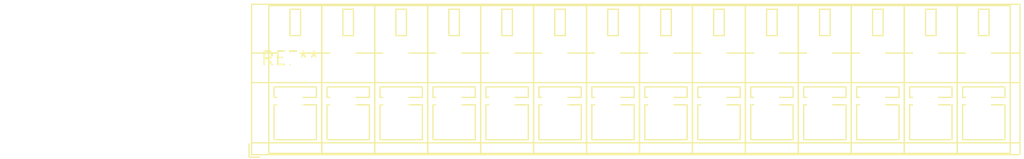
<source format=kicad_pcb>
(kicad_pcb (version 20240108) (generator pcbnew)
  (layers (0 "F.Cu" signal) (31 "B.Cu" signal) (34 "B.Paste" user) (35 "F.Paste" user) (36 "B.SilkS" user "B.Silkscreen") (37 "F.SilkS" user "F.Silkscreen") (38 "B.Mask" user) (39 "F.Mask" user) (44 "Edge.Cuts" user))
  (net 0 "")
  (footprint "TerminalBlock_WAGO_236-414_1x14_P5.00mm_45Degree" (layer "F.Cu") (at 0 0)
    (property "Reference" "REF**")
    (property "Value" "TerminalBlock_WAGO_236-414_1x14_P5.00mm_45Degree")
    (fp_line (start -3.86 8.12) (end -3.86 9.36) (layer "F.SilkS") (stroke (width 0.12)))
    (fp_line (start -3.86 9.36) (end -2.86 9.36) (layer "F.SilkS") (stroke (width 0.12)))
    (fp_line (start -3.62 -5.12) (end -3.62 9.12) (layer "F.SilkS") (stroke (width 0.12)))
    (fp_line (start -3.62 -5.12) (end 68.92 -5.12) (layer "F.SilkS") (stroke (width 0.12)))
    (fp_line (start -3.62 -0.5) (end -1.23 -0.5) (layer "F.SilkS") (stroke (width 0.12)))
    (fp_line (start -3.62 2.3) (end 68.92 2.3) (layer "F.SilkS") (stroke (width 0.12)))
    (fp_line (start -3.62 8) (end 68.92 8) (layer "F.SilkS") (stroke (width 0.12)))
    (fp_line (start -3.62 9.12) (end 68.92 9.12) (layer "F.SilkS") (stroke (width 0.12)))
    (fp_line (start -2 -5) (end -2 9) (layer "F.SilkS") (stroke (width 0.12)))
    (fp_line (start -2 -5) (end 3 -5) (layer "F.SilkS") (stroke (width 0.12)))
    (fp_line (start -2 9) (end 3 9) (layer "F.SilkS") (stroke (width 0.12)))
    (fp_line (start -1.5 2.7) (end -1.5 3.7) (layer "F.SilkS") (stroke (width 0.12)))
    (fp_line (start -1.5 2.7) (end 2.5 2.7) (layer "F.SilkS") (stroke (width 0.12)))
    (fp_line (start -1.5 3.7) (end -1.23 3.7) (layer "F.SilkS") (stroke (width 0.12)))
    (fp_line (start -1.5 4.4) (end -1.5 7.7) (layer "F.SilkS") (stroke (width 0.12)))
    (fp_line (start -1.5 4.4) (end -1.23 4.4) (layer "F.SilkS") (stroke (width 0.12)))
    (fp_line (start -1.5 7.7) (end 2.5 7.7) (layer "F.SilkS") (stroke (width 0.12)))
    (fp_line (start 0 -4.65) (end 0 -2.151) (layer "F.SilkS") (stroke (width 0.12)))
    (fp_line (start 0 -4.65) (end 1 -4.65) (layer "F.SilkS") (stroke (width 0.12)))
    (fp_line (start 0 -2.151) (end 1 -2.151) (layer "F.SilkS") (stroke (width 0.12)))
    (fp_line (start 1 -4.65) (end 1 -2.151) (layer "F.SilkS") (stroke (width 0.12)))
    (fp_line (start 1.23 -0.5) (end 3.77 -0.5) (layer "F.SilkS") (stroke (width 0.12)))
    (fp_line (start 1.23 3.7) (end 2.5 3.7) (layer "F.SilkS") (stroke (width 0.12)))
    (fp_line (start 1.23 4.4) (end 2.5 4.4) (layer "F.SilkS") (stroke (width 0.12)))
    (fp_line (start 2.5 2.7) (end 2.5 3.7) (layer "F.SilkS") (stroke (width 0.12)))
    (fp_line (start 2.5 4.4) (end 2.5 7.7) (layer "F.SilkS") (stroke (width 0.12)))
    (fp_line (start 3 -5) (end 3 9) (layer "F.SilkS") (stroke (width 0.12)))
    (fp_line (start 3 -5) (end 3 9) (layer "F.SilkS") (stroke (width 0.12)))
    (fp_line (start 3 -5) (end 8 -5) (layer "F.SilkS") (stroke (width 0.12)))
    (fp_line (start 3 9) (end 8 9) (layer "F.SilkS") (stroke (width 0.12)))
    (fp_line (start 3.5 2.7) (end 3.5 3.7) (layer "F.SilkS") (stroke (width 0.12)))
    (fp_line (start 3.5 2.7) (end 7.5 2.7) (layer "F.SilkS") (stroke (width 0.12)))
    (fp_line (start 3.5 3.7) (end 3.77 3.7) (layer "F.SilkS") (stroke (width 0.12)))
    (fp_line (start 3.5 4.4) (end 3.5 7.7) (layer "F.SilkS") (stroke (width 0.12)))
    (fp_line (start 3.5 4.4) (end 3.77 4.4) (layer "F.SilkS") (stroke (width 0.12)))
    (fp_line (start 3.5 7.7) (end 7.5 7.7) (layer "F.SilkS") (stroke (width 0.12)))
    (fp_line (start 5 -4.65) (end 5 -2.151) (layer "F.SilkS") (stroke (width 0.12)))
    (fp_line (start 5 -4.65) (end 6 -4.65) (layer "F.SilkS") (stroke (width 0.12)))
    (fp_line (start 5 -2.151) (end 6 -2.151) (layer "F.SilkS") (stroke (width 0.12)))
    (fp_line (start 6 -4.65) (end 6 -2.151) (layer "F.SilkS") (stroke (width 0.12)))
    (fp_line (start 6.23 -0.5) (end 8.77 -0.5) (layer "F.SilkS") (stroke (width 0.12)))
    (fp_line (start 6.23 3.7) (end 7.5 3.7) (layer "F.SilkS") (stroke (width 0.12)))
    (fp_line (start 6.23 4.4) (end 7.5 4.4) (layer "F.SilkS") (stroke (width 0.12)))
    (fp_line (start 7.5 2.7) (end 7.5 3.7) (layer "F.SilkS") (stroke (width 0.12)))
    (fp_line (start 7.5 4.4) (end 7.5 7.7) (layer "F.SilkS") (stroke (width 0.12)))
    (fp_line (start 8 -5) (end 8 9) (layer "F.SilkS") (stroke (width 0.12)))
    (fp_line (start 8 -5) (end 8 9) (layer "F.SilkS") (stroke (width 0.12)))
    (fp_line (start 8 -5) (end 13 -5) (layer "F.SilkS") (stroke (width 0.12)))
    (fp_line (start 8 9) (end 13 9) (layer "F.SilkS") (stroke (width 0.12)))
    (fp_line (start 8.5 2.7) (end 8.5 3.7) (layer "F.SilkS") (stroke (width 0.12)))
    (fp_line (start 8.5 2.7) (end 12.5 2.7) (layer "F.SilkS") (stroke (width 0.12)))
    (fp_line (start 8.5 3.7) (end 8.77 3.7) (layer "F.SilkS") (stroke (width 0.12)))
    (fp_line (start 8.5 4.4) (end 8.5 7.7) (layer "F.SilkS") (stroke (width 0.12)))
    (fp_line (start 8.5 4.4) (end 8.77 4.4) (layer "F.SilkS") (stroke (width 0.12)))
    (fp_line (start 8.5 7.7) (end 12.5 7.7) (layer "F.SilkS") (stroke (width 0.12)))
    (fp_line (start 10 -4.65) (end 10 -2.151) (layer "F.SilkS") (stroke (width 0.12)))
    (fp_line (start 10 -4.65) (end 11 -4.65) (layer "F.SilkS") (stroke (width 0.12)))
    (fp_line (start 10 -2.151) (end 11 -2.151) (layer "F.SilkS") (stroke (width 0.12)))
    (fp_line (start 11 -4.65) (end 11 -2.151) (layer "F.SilkS") (stroke (width 0.12)))
    (fp_line (start 11.23 -0.5) (end 13.77 -0.5) (layer "F.SilkS") (stroke (width 0.12)))
    (fp_line (start 11.23 3.7) (end 12.5 3.7) (layer "F.SilkS") (stroke (width 0.12)))
    (fp_line (start 11.23 4.4) (end 12.5 4.4) (layer "F.SilkS") (stroke (width 0.12)))
    (fp_line (start 12.5 2.7) (end 12.5 3.7) (layer "F.SilkS") (stroke (width 0.12)))
    (fp_line (start 12.5 4.4) (end 12.5 7.7) (layer "F.SilkS") (stroke (width 0.12)))
    (fp_line (start 13 -5) (end 13 9) (layer "F.SilkS") (stroke (width 0.12)))
    (fp_line (start 13 -5) (end 13 9) (layer "F.SilkS") (stroke (width 0.12)))
    (fp_line (start 13 -5) (end 18 -5) (layer "F.SilkS") (stroke (width 0.12)))
    (fp_line (start 13 9) (end 18 9) (layer "F.SilkS") (stroke (width 0.12)))
    (fp_line (start 13.5 2.7) (end 13.5 3.7) (layer "F.SilkS") (stroke (width 0.12)))
    (fp_line (start 13.5 2.7) (end 17.5 2.7) (layer "F.SilkS") (stroke (width 0.12)))
    (fp_line (start 13.5 3.7) (end 13.77 3.7) (layer "F.SilkS") (stroke (width 0.12)))
    (fp_line (start 13.5 4.4) (end 13.5 7.7) (layer "F.SilkS") (stroke (width 0.12)))
    (fp_line (start 13.5 4.4) (end 13.77 4.4) (layer "F.SilkS") (stroke (width 0.12)))
    (fp_line (start 13.5 7.7) (end 17.5 7.7) (layer "F.SilkS") (stroke (width 0.12)))
    (fp_line (start 15 -4.65) (end 15 -2.151) (layer "F.SilkS") (stroke (width 0.12)))
    (fp_line (start 15 -4.65) (end 16 -4.65) (layer "F.SilkS") (stroke (width 0.12)))
    (fp_line (start 15 -2.151) (end 16 -2.151) (layer "F.SilkS") (stroke (width 0.12)))
    (fp_line (start 16 -4.65) (end 16 -2.151) (layer "F.SilkS") (stroke (width 0.12)))
    (fp_line (start 16.23 -0.5) (end 18.77 -0.5) (layer "F.SilkS") (stroke (width 0.12)))
    (fp_line (start 16.23 3.7) (end 17.5 3.7) (layer "F.SilkS") (stroke (width 0.12)))
    (fp_line (start 16.23 4.4) (end 17.5 4.4) (layer "F.SilkS") (stroke (width 0.12)))
    (fp_line (start 17.5 2.7) (end 17.5 3.7) (layer "F.SilkS") (stroke (width 0.12)))
    (fp_line (start 17.5 4.4) (end 17.5 7.7) (layer "F.SilkS") (stroke (width 0.12)))
    (fp_line (start 18 -5) (end 18 9) (layer "F.SilkS") (stroke (width 0.12)))
    (fp_line (start 18 -5) (end 18 9) (layer "F.SilkS") (stroke (width 0.12)))
    (fp_line (start 18 -5) (end 23 -5) (layer "F.SilkS") (stroke (width 0.12)))
    (fp_line (start 18 9) (end 23 9) (layer "F.SilkS") (stroke (width 0.12)))
    (fp_line (start 18.5 2.7) (end 18.5 3.7) (layer "F.SilkS") (stroke (width 0.12)))
    (fp_line (start 18.5 2.7) (end 22.5 2.7) (layer "F.SilkS") (stroke (width 0.12)))
    (fp_line (start 18.5 3.7) (end 18.77 3.7) (layer "F.SilkS") (stroke (width 0.12)))
    (fp_line (start 18.5 4.4) (end 18.5 7.7) (layer "F.SilkS") (stroke (width 0.12)))
    (fp_line (start 18.5 4.4) (end 18.77 4.4) (layer "F.SilkS") (stroke (width 0.12)))
    (fp_line (start 18.5 7.7) (end 22.5 7.7) (layer "F.SilkS") (stroke (width 0.12)))
    (fp_line (start 20 -4.65) (end 20 -2.151) (layer "F.SilkS") (stroke (width 0.12)))
    (fp_line (start 20 -4.65) (end 21 -4.65) (layer "F.SilkS") (stroke (width 0.12)))
    (fp_line (start 20 -2.151) (end 21 -2.151) (layer "F.SilkS") (stroke (width 0.12)))
    (fp_line (start 21 -4.65) (end 21 -2.151) (layer "F.SilkS") (stroke (width 0.12)))
    (fp_line (start 21.23 -0.5) (end 23.77 -0.5) (layer "F.SilkS") (stroke (width 0.12)))
    (fp_line (start 21.23 3.7) (end 22.5 3.7) (layer "F.SilkS") (stroke (width 0.12)))
    (fp_line (start 21.23 4.4) (end 22.5 4.4) (layer "F.SilkS") (stroke (width 0.12)))
    (fp_line (start 22.5 2.7) (end 22.5 3.7) (layer "F.SilkS") (stroke (width 0.12)))
    (fp_line (start 22.5 4.4) (end 22.5 7.7) (layer "F.SilkS") (stroke (width 0.12)))
    (fp_line (start 23 -5) (end 23 9) (layer "F.SilkS") (stroke (width 0.12)))
    (fp_line (start 23 -5) (end 23 9) (layer "F.SilkS") (stroke (width 0.12)))
    (fp_line (start 23 -5) (end 28 -5) (layer "F.SilkS") (stroke (width 0.12)))
    (fp_line (start 23 9) (end 28 9) (layer "F.SilkS") (stroke (width 0.12)))
    (fp_line (start 23.5 2.7) (end 23.5 3.7) (layer "F.SilkS") (stroke (width 0.12)))
    (fp_line (start 23.5 2.7) (end 27.5 2.7) (layer "F.SilkS") (stroke (width 0.12)))
    (fp_line (start 23.5 3.7) (end 23.77 3.7) (layer "F.SilkS") (stroke (width 0.12)))
    (fp_line (start 23.5 4.4) (end 23.5 7.7) (layer "F.SilkS") (stroke (width 0.12)))
    (fp_line (start 23.5 4.4) (end 23.77 4.4) (layer "F.SilkS") (stroke (width 0.12)))
    (fp_line (start 23.5 7.7) (end 27.5 7.7) (layer "F.SilkS") (stroke (width 0.12)))
    (fp_line (start 25 -4.65) (end 25 -2.151) (layer "F.SilkS") (stroke (width 0.12)))
    (fp_line (start 25 -4.65) (end 26 -4.65) (layer "F.SilkS") (stroke (width 0.12)))
    (fp_line (start 25 -2.151) (end 26 -2.151) (layer "F.SilkS") (stroke (width 0.12)))
    (fp_line (start 26 -4.65) (end 26 -2.151) (layer "F.SilkS") (stroke (width 0.12)))
    (fp_line (start 26.23 -0.5) (end 28.77 -0.5) (layer "F.SilkS") (stroke (width 0.12)))
    (fp_line (start 26.23 3.7) (end 27.5 3.7) (layer "F.SilkS") (stroke (width 0.12)))
    (fp_line (start 26.23 4.4) (end 27.5 4.4) (layer "F.SilkS") (stroke (width 0.12)))
    (fp_line (start 27.5 2.7) (end 27.5 3.7) (layer "F.SilkS") (stroke (width 0.12)))
    (fp_line (start 27.5 4.4) (end 27.5 7.7) (layer "F.SilkS") (stroke (width 0.12)))
    (fp_line (start 28 -5) (end 28 9) (layer "F.SilkS") (stroke (width 0.12)))
    (fp_line (start 28 -5) (end 28 9) (layer "F.SilkS") (stroke (width 0.12)))
    (fp_line (start 28 -5) (end 33 -5) (layer "F.SilkS") (stroke (width 0.12)))
    (fp_line (start 28 9) (end 33 9) (layer "F.SilkS") (stroke (width 0.12)))
    (fp_line (start 28.5 2.7) (end 28.5 3.7) (layer "F.SilkS") (stroke (width 0.12)))
    (fp_line (start 28.5 2.7) (end 32.5 2.7) (layer "F.SilkS") (stroke (width 0.12)))
    (fp_line (start 28.5 3.7) (end 28.77 3.7) (layer "F.SilkS") (stroke (width 0.12)))
    (fp_line (start 28.5 4.4) (end 28.5 7.7) (layer "F.SilkS") (stroke (width 0.12)))
    (fp_line (start 28.5 4.4) (end 28.77 4.4) (layer "F.SilkS") (stroke (width 0.12)))
    (fp_line (start 28.5 7.7) (end 32.5 7.7) (layer "F.SilkS") (stroke (width 0.12)))
    (fp_line (start 30 -4.65) (end 30 -2.151) (layer "F.SilkS") (stroke (width 0.12)))
    (fp_line (start 30 -4.65) (end 31 -4.65) (layer "F.SilkS") (stroke (width 0.12)))
    (fp_line (start 30 -2.151) (end 31 -2.151) (layer "F.SilkS") (stroke (width 0.12)))
    (fp_line (start 31 -4.65) (end 31 -2.151) (layer "F.SilkS") (stroke (width 0.12)))
    (fp_line (start 31.23 -0.5) (end 33.77 -0.5) (layer "F.SilkS") (stroke (width 0.12)))
    (fp_line (start 31.23 3.7) (end 32.5 3.7) (layer "F.SilkS") (stroke (width 0.12)))
    (fp_line (start 31.23 4.4) (end 32.5 4.4) (layer "F.SilkS") (stroke (width 0.12)))
    (fp_line (start 32.5 2.7) (end 32.5 3.7) (layer "F.SilkS") (stroke (width 0.12)))
    (fp_line (start 32.5 4.4) (end 32.5 7.7) (layer "F.SilkS") (stroke (width 0.12)))
    (fp_line (start 33 -5) (end 33 9) (layer "F.SilkS") (stroke (width 0.12)))
    (fp_line (start 33 -5) (end 33 9) (layer "F.SilkS") (stroke (width 0.12)))
    (fp_line (start 33 -5) (end 38 -5) (layer "F.SilkS") (stroke (width 0.12)))
    (fp_line (start 33 9) (end 38 9) (layer "F.SilkS") (stroke (width 0.12)))
    (fp_line (start 33.5 2.7) (end 33.5 3.7) (layer "F.SilkS") (stroke (width 0.12)))
    (fp_line (start 33.5 2.7) (end 37.5 2.7) (layer "F.SilkS") (stroke (width 0.12)))
    (fp_line (start 33.5 3.7) (end 33.77 3.7) (layer "F.SilkS") (stroke (width 0.12)))
    (fp_line (start 33.5 4.4) (end 33.5 7.7) (layer "F.SilkS") (stroke (width 0.12)))
    (fp_line (start 33.5 4.4) (end 33.77 4.4) (layer "F.SilkS") (stroke (width 0.12)))
    (fp_line (start 33.5 7.7) (end 37.5 7.7) (layer "F.SilkS") (stroke (width 0.12)))
    (fp_line (start 35 -4.65) (end 35 -2.151) (layer "F.SilkS") (stroke (width 0.12)))
    (fp_line (start 35 -4.65) (end 36 -4.65) (layer "F.SilkS") (stroke (width 0.12)))
    (fp_line (start 35 -2.151) (end 36 -2.151) (layer "F.SilkS") (stroke (width 0.12)))
    (fp_line (start 36 -4.65) (end 36 -2.151) (layer "F.SilkS") (stroke (width 0.12)))
    (fp_line (start 36.23 -0.5) (end 38.77 -0.5) (layer "F.SilkS") (stroke (width 0.12)))
    (fp_line (start 36.23 3.7) (end 37.5 3.7) (layer "F.SilkS") (stroke (width 0.12)))
    (fp_line (start 36.23 4.4) (end 37.5 4.4) (layer "F.SilkS") (stroke (width 0.12)))
    (fp_line (start 37.5 2.7) (end 37.5 3.7) (layer "F.SilkS") (stroke (width 0.12)))
    (fp_line (start 37.5 4.4) (end 37.5 7.7) (layer "F.SilkS") (stroke (width 0.12)))
    (fp_line (start 38 -5) (end 38 9) (layer "F.SilkS") (stroke (width 0.12)))
    (fp_line (start 38 -5) (end 38 9) (layer "F.SilkS") (stroke (width 0.12)))
    (fp_line (start 38 -5) (end 43 -5) (layer "F.SilkS") (stroke (width 0.12)))
    (fp_line (start 38 9) (end 43 9) (layer "F.SilkS") (stroke (width 0.12)))
    (fp_line (start 38.5 2.7) (end 38.5 3.7) (layer "F.SilkS") (stroke (width 0.12)))
    (fp_line (start 38.5 2.7) (end 42.5 2.7) (layer "F.SilkS") (stroke (width 0.12)))
    (fp_line (start 38.5 3.7) (end 38.77 3.7) (layer "F.SilkS") (stroke (width 0.12)))
    (fp_line (start 38.5 4.4) (end 38.5 7.7) (layer "F.SilkS") (stroke (width 0.12)))
    (fp_line (start 38.5 4.4) (end 38.77 4.4) (layer "F.SilkS") (stroke (width 0.12)))
    (fp_line (start 38.5 7.7) (end 42.5 7.7) (layer "F.SilkS") (stroke (width 0.12)))
    (fp_line (start 40 -4.65) (end 40 -2.151) (layer "F.SilkS") (stroke (width 0.12)))
    (fp_line (start 40 -4.65) (end 41 -4.65) (layer "F.SilkS") (stroke (width 0.12)))
    (fp_line (start 40 -2.151) (end 41 -2.151) (layer "F.SilkS") (stroke (width 0.12)))
    (fp_line (start 41 -4.65) (end 41 -2.151) (layer "F.SilkS") (stroke (width 0.12)))
    (fp_line (start 41.23 -0.5) (end 43.77 -0.5) (layer "F.SilkS") (stroke (width 0.12)))
    (fp_line (start 41.23 3.7) (end 42.5 3.7) (layer "F.SilkS") (stroke (width 0.12)))
    (fp_line (start 41.23 4.4) (end 42.5 4.4) (layer "F.SilkS") (stroke (width 0.12)))
    (fp_line (start 42.5 2.7) (end 42.5 3.7) (layer "F.SilkS") (stroke (width 0.12)))
    (fp_line (start 42.5 4.4) (end 42.5 7.7) (layer "F.SilkS") (stroke (width 0.12)))
    (fp_line (start 43 -5) (end 43 9) (layer "F.SilkS") (stroke (width 0.12)))
    (fp_line (start 43 -5) (end 43 9) (layer "F.SilkS") (stroke (width 0.12)))
    (fp_line (start 43 -5) (end 48 -5) (layer "F.SilkS") (stroke (width 0.12)))
    (fp_line (start 43 9) (end 48 9) (layer "F.SilkS") (stroke (width 0.12)))
    (fp_line (start 43.5 2.7) (end 43.5 3.7) (layer "F.SilkS") (stroke (width 0.12)))
    (fp_line (start 43.5 2.7) (end 47.5 2.7) (layer "F.SilkS") (stroke (width 0.12)))
    (fp_line (start 43.5 3.7) (end 43.77 3.7) (layer "F.SilkS") (stroke (width 0.12)))
    (fp_line (start 43.5 4.4) (end 43.5 7.7) (layer "F.SilkS") (stroke (width 0.12)))
    (fp_line (start 43.5 4.4) (end 43.77 4.4) (layer "F.SilkS") (stroke (width 0.12)))
    (fp_line (start 43.5 7.7) (end 47.5 7.7) (layer "F.SilkS") (stroke (width 0.12)))
    (fp_line (start 45 -4.65) (end 45 -2.151) (layer "F.SilkS") (stroke (width 0.12)))
    (fp_line (start 45 -4.65) (end 46 -4.65) (layer "F.SilkS") (stroke (width 0.12)))
    (fp_line (start 45 -2.151) (end 46 -2.151) (layer "F.SilkS") (stroke (width 0.12)))
    (fp_line (start 46 -4.65) (end 46 -2.151) (layer "F.SilkS") (stroke (width 0.12)))
    (fp_line (start 46.23 -0.5) (end 48.77 -0.5) (layer "F.SilkS") (stroke (width 0.12)))
    (fp_line (start 46.23 3.7) (end 47.5 3.7) (layer "F.SilkS") (stroke (width 0.12)))
    (fp_line (start 46.23 4.4) (end 47.5 4.4) (layer "F.SilkS") (stroke (width 0.12)))
    (fp_line (start 47.5 2.7) (end 47.5 3.7) (layer "F.SilkS") (stroke (width 0.12)))
    (fp_line (start 47.5 4.4) (end 47.5 7.7) (layer "F.SilkS") (stroke (width 0.12)))
    (fp_line (start 48 -5) (end 48 9) (layer "F.SilkS") (stroke (width 0.12)))
    (fp_line (start 48 -5) (end 48 9) (layer "F.SilkS") (stroke (width 0.12)))
    (fp_line (start 48 -5) (end 53 -5) (layer "F.SilkS") (stroke (width 0.12)))
    (fp_line (start 48 9) (end 53 9) (layer "F.SilkS") (stroke (width 0.12)))
    (fp_line (start 48.5 2.7) (end 48.5 3.7) (layer "F.SilkS") (stroke (width 0.12)))
    (fp_line (start 48.5 2.7) (end 52.5 2.7) (layer "F.SilkS") (stroke (width 0.12)))
    (fp_line (start 48.5 3.7) (end 48.77 3.7) (layer "F.SilkS") (stroke (width 0.12)))
    (fp_line (start 48.5 4.4) (end 48.5 7.7) (layer "F.SilkS") (stroke (width 0.12)))
    (fp_line (start 48.5 4.4) (end 48.77 4.4) (layer "F.SilkS") (stroke (width 0.12)))
    (fp_line (start 48.5 7.7) (end 52.5 7.7) (layer "F.SilkS") (stroke (width 0.12)))
    (fp_line (start 50 -4.65) (end 50 -2.151) (layer "F.SilkS") (stroke (width 0.12)))
    (fp_line (start 50 -4.65) (end 51 -4.65) (layer "F.SilkS") (stroke (width 0.12)))
    (fp_line (start 50 -2.151) (end 51 -2.151) (layer "F.SilkS") (stroke (width 0.12)))
    (fp_line (start 51 -4.65) (end 51 -2.151) (layer "F.SilkS") (stroke (width 0.12)))
    (fp_line (start 51.23 -0.5) (end 53.77 -0.5) (layer "F.SilkS") (stroke (width 0.12)))
    (fp_line (start 51.23 3.7) (end 52.5 3.7) (layer "F.SilkS") (stroke (width 0.12)))
    (fp_line (start 51.23 4.4) (end 52.5 4.4) (layer "F.SilkS") (stroke (width 0.12)))
    (fp_line (start 52.5 2.7) (end 52.5 3.7) (layer "F.SilkS") (stroke (width 0.12)))
    (fp_line (start 52.5 4.4) (end 52.5 7.7) (layer "F.SilkS") (stroke (width 0.12)))
    (fp_line (start 53 -5) (end 53 9) (layer "F.SilkS") (stroke (width 0.12)))
    (fp_line (start 53 -5) (end 53 9) (layer "F.SilkS") (stroke (width 0.12)))
    (fp_line (start 53 -5) (end 58 -5) (layer "F.SilkS") (stroke (width 0.12)))
    (fp_line (start 53 9) (end 58 9) (layer "F.SilkS") (stroke (width 0.12)))
    (fp_line (start 53.5 2.7) (end 53.5 3.7) (layer "F.SilkS") (stroke (width 0.12)))
    (fp_line (start 53.5 2.7) (end 57.5 2.7) (layer "F.SilkS") (stroke (width 0.12)))
    (fp_line (start 53.5 3.7) (end 53.77 3.7) (layer "F.SilkS") (stroke (width 0.12)))
    (fp_line (start 53.5 4.4) (end 53.5 7.7) (layer "F.SilkS") (stroke (width 0.12)))
    (fp_line (start 53.5 4.4) (end 53.77 4.4) (layer "F.SilkS") (stroke (width 0.12)))
    (fp_line (start 53.5 7.7) (end 57.5 7.7) (layer "F.SilkS") (stroke (width 0.12)))
    (fp_line (start 55 -4.65) (end 55 -2.151) (layer "F.SilkS") (stroke (width 0.12)))
    (fp_line (start 55 -4.65) (end 56 -4.65) (layer "F.SilkS") (stroke (width 0.12)))
    (fp_line (start 55 -2.151) (end 56 -2.151) (layer "F.SilkS") (stroke (width 0.12)))
    (fp_line (start 56 -4.65) (end 56 -2.151) (layer "F.SilkS") (stroke (width 0.12)))
    (fp_line (start 56.23 -0.5) (end 58.77 -0.5) (layer "F.SilkS") (stroke (width 0.12)))
    (fp_line (start 56.23 3.7) (end 57.5 3.7) (layer "F.SilkS") (stroke (width 0.12)))
    (fp_line (start 56.23 4.4) (end 57.5 4.4) (layer "F.SilkS") (stroke (width 0.12)))
    (fp_line (start 57.5 2.7) (end 57.5 3.7) (layer "F.SilkS") (stroke (width 0.12)))
    (fp_line (start 57.5 4.4) (end 57.5 7.7) (layer "F.SilkS") (stroke (width 0.12)))
    (fp_line (start 58 -5) (end 58 9) (layer "F.SilkS") (stroke (width 0.12)))
    (fp_line (start 58 -5) (end 58 9) (layer "F.SilkS") (stroke (width 0.12)))
    (fp_line (start 58 -5) (end 63 -5) (layer "F.SilkS") (stroke (width 0.12)))
    (fp_line (start 58 9) (end 63 9) (layer "F.SilkS") (stroke (width 0.12)))
    (fp_line (start 58.5 2.7) (end 58.5 3.7) (layer "F.SilkS") (stroke (width 0.12)))
    (fp_line (start 58.5 2.7) (end 62.5 2.7) (layer "F.SilkS") (stroke (width 0.12)))
    (fp_line (start 58.5 3.7) (end 58.77 3.7) (layer "F.SilkS") (stroke (width 0.12)))
    (fp_line (start 58.5 4.4) (end 58.5 7.7) (layer "F.SilkS") (stroke (width 0.12)))
    (fp_line (start 58.5 4.4) (end 58.77 4.4) (layer "F.SilkS") (stroke (width 0.12)))
    (fp_line (start 58.5 7.7) (end 62.5 7.7) (layer "F.SilkS") (stroke (width 0.12)))
    (fp_line (start 60 -4.65) (end 60 -2.151) (layer "F.SilkS") (stroke (width 0.12)))
    (fp_line (start 60 -4.65) (end 61 -4.65) (layer "F.SilkS") (stroke (width 0.12)))
    (fp_line (start 60 -2.151) (end 61 -2.151) (layer "F.SilkS") (stroke (width 0.12)))
    (fp_line (start 61 -4.65) (end 61 -2.151) (layer "F.SilkS") (stroke (width 0.12)))
    (fp_line (start 61.23 -0.5) (end 63.77 -0.5) (layer "F.SilkS") (stroke (width 0.12)))
    (fp_line (start 61.23 3.7) (end 62.5 3.7) (layer "F.SilkS") (stroke (width 0.12)))
    (fp_line (start 61.23 4.4) (end 62.5 4.4) (layer "F.SilkS") (stroke (width 0.12)))
    (fp_line (start 62.5 2.7) (end 62.5 3.7) (layer "F.SilkS") (stroke (width 0.12)))
    (fp_line (start 62.5 4.4) (end 62.5 7.7) (layer "F.SilkS") (stroke (width 0.12)))
    (fp_line (start 63 -5) (end 63 9) (layer "F.SilkS") (stroke (width 0.12)))
    (fp_line (start 63 -5) (end 63 9) (layer "F.SilkS") (stroke (width 0.12)))
    (fp_line (start 63 -5) (end 68 -5) (layer "F.SilkS") (stroke (width 0.12)))
    (fp_line (start 63 9) (end 68 9) (layer "F.SilkS") (stroke (width 0.12)))
    (fp_line (start 63.5 2.7) (end 63.5 3.7) (layer "F.SilkS") (stroke (width 0.12)))
    (fp_line (start 63.5 2.7) (end 67.5 2.7) (layer "F.SilkS") (stroke (width 0.12)))
    (fp_line (start 63.5 3.7) (end 63.77 3.7) (layer "F.SilkS") (stroke (width 0.12)))
    (fp_line (start 63.5 4.4) (end 63.5 7.7) (layer "F.SilkS") (stroke (width 0.12)))
    (fp_line (start 63.5 4.4) (end 63.77 4.4) (layer "F.SilkS") (stroke (width 0.12)))
    (fp_line (start 63.5 7.7) (end 67.5 7.7) (layer "F.SilkS") (stroke (width 0.12)))
    (fp_line (start 65 -4.65) (end 65 -2.151) (layer "F.SilkS") (stroke (width 0.12)))
    (fp_line (start 65 -4.65) (end 66 -4.65) (layer "F.SilkS") (stroke (width 0.12)))
    (fp_line (start 65 -2.151) (end 66 -2.151) (layer "F.SilkS") (stroke (width 0.12)))
    (fp_line (start 66 -4.65) (end 66 -2.151) (layer "F.SilkS") (stroke (width 0.12)))
    (fp_line (start 66.23 -0.5) (end 68.92 -0.5) (layer "F.SilkS") (stroke (width 0.12)))
    (fp_line (start 66.23 3.7) (end 67.5 3.7) (layer "F.SilkS") (stroke (width 0.12)))
    (fp_line (start 66.23 4.4) (end 67.5 4.4) (layer "F.SilkS") (stroke (width 0.12)))
    (fp_line (start 67.5 2.7) (end 67.5 3.7) (layer "F.SilkS") (stroke (width 0.12)))
    (fp_line (start 67.5 4.4) (end 67.5 7.7) (layer "F.SilkS") (stroke (width 0.12)))
    (fp_line (start 68 -5) (end 68 9) (layer "F.SilkS") (stroke (width 0.12)))
    (fp_line (start 68.92 -5.12) (end 68.92 9.12) (layer "F.SilkS") (stroke (width 0.12)))
    (pad "1" thru_hole rect (at 0 0) (size 1.5 3) (drill 1.15) (layers *.Cu *.Mask) (remove_unused_layers))
    (pad "1" thru_hole rect (at 0 5) (size 1.5 3) (drill 1.15) (layers *.Cu *.Mask) (remove_unused_layers))
    (pad "2" thru_hole oval (at 5 0) (size 1.5 3) (drill 1.15) (layers *.Cu *.Mask) (remove_unused_layers))
    (pad "2" thru_hole oval (at 5 5) (size 1.5 3) (drill 1.15) (layers *.Cu *.Mask) (remove_unused_layers))
    (pad "3" thru_hole oval (at 10 0) (size 1.5 3) (drill 1.15) (layers *.Cu *.Mask) (remove_unused_layers))
    (pad "3" thru_hole oval (at 10 5) (size 1.5 3) (drill 1.15) (layers *.Cu *.Mask) (remove_unused_layers))
    (pad "4" thru_hole oval (at 15 0) (size 1.5 3) (drill 1.15) (layers *.Cu *.Mask) (remove_unused_layers))
    (pad "4" thru_hole oval (at 15 5) (size 1.5 3) (drill 1.15) (layers *.Cu *.Mask) (remove_unused_layers))
    (pad "5" thru_hole oval (at 20 0) (size 1.5 3) (drill 1.15) (layers *.Cu *.Mask) (remove_unused_layers))
    (pad "5" thru_hole oval (at 20 5) (size 1.5 3) (drill 1.15) (layers *.Cu *.Mask) (remove_unused_layers))
    (pad "6" thru_hole oval (at 25 0) (size 1.5 3) (drill 1.15) (layers *.Cu *.Mask) (remove_unused_layers))
    (pad "6" thru_hole oval (at 25 5) (size 1.5 3) (drill 1.15) (layers *.Cu *.Mask) (remove_unused_layers))
    (pad "7" thru_hole oval (at 30 0) (size 1.5 3) (drill 1.15) (layers *.Cu *.Mask) (remove_unused_layers))
    (pad "7" thru_hole oval (at 30 5) (size 1.5 3) (drill 1.15) (layers *.Cu *.Mask) (remove_unused_layers))
    (pad "8" thru_hole oval (at 35 0) (size 1.5 3) (drill 1.15) (layers *.Cu *.Mask) (remove_unused_layers))
    (pad "8" thru_hole oval (at 35 5) (size 1.5 3) (drill 1.15) (layers *.Cu *.Mask) (remove_unused_layers))
    (pad "9" thru_hole oval (at 40 0) (size 1.5 3) (drill 1.15) (layers *.Cu *.Mask) (remove_unused_layers))
    (pad "9" thru_hole oval (at 40 5) (size 1.5 3) (drill 1.15) (layers *.Cu *.Mask) (remove_unused_layers))
    (pad "10" thru_hole oval (at 45 0) (size 1.5 3) (drill 1.15) (layers *.Cu *.Mask) (remove_unused_layers))
    (pad "10" thru_hole oval (at 45 5) (size 1.5 3) (drill 1.15) (layers *.Cu *.Mask) (remove_unused_layers))
    (pad "11" thru_hole oval (at 50 0) (size 1.5 3) (drill 1.15) (layers *.Cu *.Mask) (remove_unused_layers))
    (pad "11" thru_hole oval (at 50 5) (size 1.5 3) (drill 1.15) (layers *.Cu *.Mask) (remove_unused_layers))
    (pad "12" thru_hole oval (at 55 0) (size 1.5 3) (drill 1.15) (layers *.Cu *.Mask) (remove_unused_layers))
    (pad "12" thru_hole oval (at 55 5) (size 1.5 3) (drill 1.15) (layers *.Cu *.Mask) (remove_unused_layers))
    (pad "13" thru_hole oval (at 60 0) (size 1.5 3) (drill 1.15) (layers *.Cu *.Mask) (remove_unused_layers))
    (pad "13" thru_hole oval (at 60 5) (size 1.5 3) (drill 1.15) (layers *.Cu *.Mask) (remove_unused_layers))
    (pad "14" thru_hole oval (at 65 0) (size 1.5 3) (drill 1.15) (layers *.Cu *.Mask) (remove_unused_layers))
    (pad "14" thru_hole oval (at 65 5) (size 1.5 3) (drill 1.15) (layers *.Cu *.Mask) (remove_unused_layers))
  )
)
</source>
